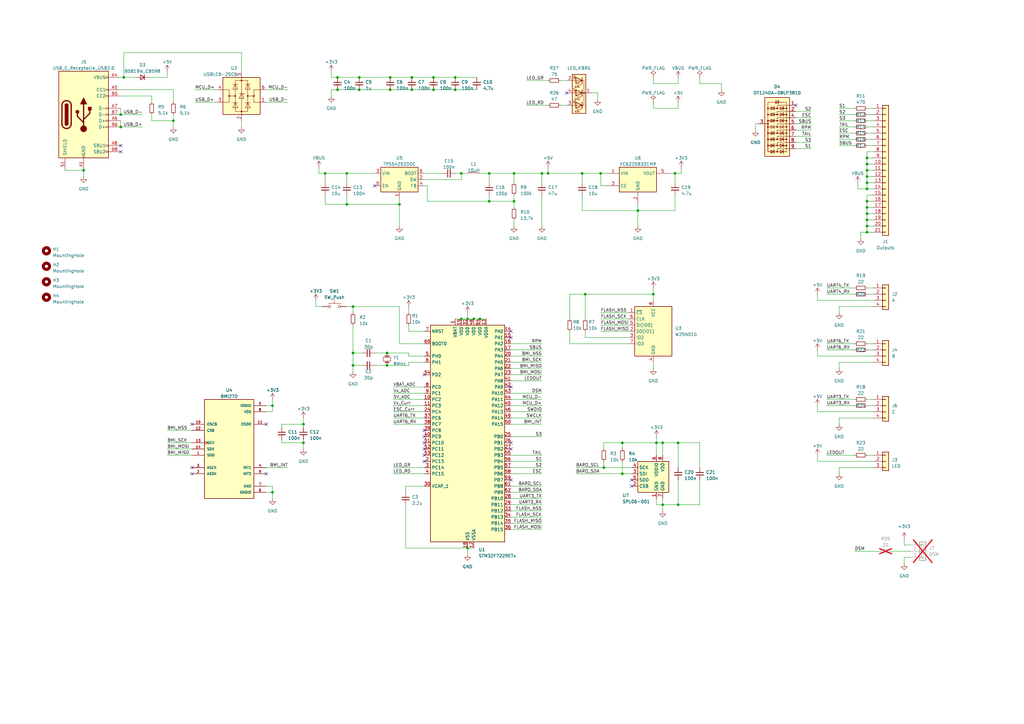
<source format=kicad_sch>
(kicad_sch (version 20230121) (generator eeschema)
  (paper "A3")
  (junction (at 168.91 31.75))
  (junction (at 124.46 181.61))
  (junction (at 276.86 71.12))
  (junction (at 278.13 207.01))
  (junction (at 158.75 149.86))
  (junction (at 142.24 71.12))
  (junction (at 224.79 71.12))
  (junction (at 177.8 31.75))
  (junction (at 124.46 173.99))
  (junction (at 144.78 149.86))
  (junction (at 267.97 120.65))
  (junction (at 189.23 130.81))
  (junction (at 271.78 207.01))
  (junction (at 355.6 72.39))
  (junction (at 144.78 144.78))
  (junction (at 355.6 67.31))
  (junction (at 160.02 31.75))
  (junction (at 255.27 194.31))
  (junction (at 271.78 181.61))
  (junction (at 158.75 144.78))
  (junction (at 355.6 64.77))
  (junction (at 210.82 71.12))
  (junction (at 50.8 31.75))
  (junction (at 49.53 46.99))
  (junction (at 144.78 125.73))
  (junction (at 355.6 87.63))
  (junction (at 222.25 71.12))
  (junction (at 210.82 82.55))
  (junction (at 278.13 181.61))
  (junction (at 160.02 36.83))
  (junction (at 147.32 31.75))
  (junction (at 355.6 85.09))
  (junction (at 240.03 120.65))
  (junction (at 261.62 86.36))
  (junction (at 255.27 181.61))
  (junction (at 189.23 71.12))
  (junction (at 269.24 181.61))
  (junction (at 34.29 69.85))
  (junction (at 138.43 36.83))
  (junction (at 168.91 36.83))
  (junction (at 246.38 71.12))
  (junction (at 355.6 90.17))
  (junction (at 49.53 52.07))
  (junction (at 238.76 71.12))
  (junction (at 355.6 92.71))
  (junction (at 191.77 224.79))
  (junction (at 147.32 36.83))
  (junction (at 200.66 82.55))
  (junction (at 191.77 130.81))
  (junction (at 200.66 71.12))
  (junction (at 355.6 77.47))
  (junction (at 111.76 166.37))
  (junction (at 247.65 191.77))
  (junction (at 355.6 95.25))
  (junction (at 138.43 31.75))
  (junction (at 355.6 74.93))
  (junction (at 186.69 36.83))
  (junction (at 196.85 130.81))
  (junction (at 355.6 82.55))
  (junction (at 177.8 36.83))
  (junction (at 194.31 130.81))
  (junction (at 142.24 83.82))
  (junction (at 71.12 49.53))
  (junction (at 355.6 69.85))
  (junction (at 133.35 71.12))
  (junction (at 163.83 83.82))
  (junction (at 186.69 31.75))
  (junction (at 111.76 201.93))
  (no_connect (at 173.99 179.07))
  (no_connect (at 173.99 184.15))
  (no_connect (at 259.08 196.85))
  (no_connect (at 209.55 184.15))
  (no_connect (at 209.55 135.89))
  (no_connect (at 173.99 181.61))
  (no_connect (at 109.22 194.31))
  (no_connect (at 173.99 153.67))
  (no_connect (at 232.41 38.1))
  (no_connect (at 173.99 189.23))
  (no_connect (at 209.55 158.75))
  (no_connect (at 153.67 76.2))
  (no_connect (at 109.22 173.99))
  (no_connect (at 49.53 59.69))
  (no_connect (at 78.74 173.99))
  (no_connect (at 173.99 186.69))
  (no_connect (at 209.55 138.43))
  (no_connect (at 209.55 196.85))
  (no_connect (at 78.74 194.31))
  (no_connect (at 173.99 176.53))
  (no_connect (at 78.74 191.77))
  (no_connect (at 259.08 199.39))
  (no_connect (at 209.55 181.61))
  (no_connect (at 49.53 62.23))
  (no_connect (at 326.39 43.18))
  (wire (pts (xy 238.76 86.36) (xy 261.62 86.36)))
  (wire (pts (xy 326.39 58.42) (xy 332.74 58.42)))
  (wire (pts (xy 173.99 71.12) (xy 181.61 71.12)))
  (wire (pts (xy 355.6 54.61) (xy 358.14 54.61)))
  (wire (pts (xy 111.76 163.83) (xy 111.76 166.37)))
  (wire (pts (xy 209.55 179.07) (xy 222.25 179.07)))
  (wire (pts (xy 115.57 173.99) (xy 124.46 173.99)))
  (wire (pts (xy 358.14 125.73) (xy 344.17 125.73)))
  (wire (pts (xy 168.91 31.75) (xy 177.8 31.75)))
  (wire (pts (xy 335.28 186.69) (xy 335.28 189.23)))
  (wire (pts (xy 144.78 125.73) (xy 144.78 128.27)))
  (wire (pts (xy 144.78 149.86) (xy 148.59 149.86)))
  (wire (pts (xy 209.55 140.97) (xy 222.25 140.97)))
  (wire (pts (xy 68.58 176.53) (xy 78.74 176.53)))
  (wire (pts (xy 209.55 171.45) (xy 222.25 171.45)))
  (wire (pts (xy 358.14 168.91) (xy 335.28 168.91)))
  (wire (pts (xy 186.69 31.75) (xy 195.58 31.75)))
  (wire (pts (xy 68.58 184.15) (xy 78.74 184.15)))
  (wire (pts (xy 175.26 82.55) (xy 200.66 82.55)))
  (wire (pts (xy 68.58 181.61) (xy 78.74 181.61)))
  (wire (pts (xy 350.52 226.06) (xy 360.68 226.06)))
  (wire (pts (xy 161.29 173.99) (xy 173.99 173.99)))
  (wire (pts (xy 196.85 71.12) (xy 200.66 71.12)))
  (wire (pts (xy 355.6 95.25) (xy 358.14 95.25)))
  (wire (pts (xy 142.24 83.82) (xy 133.35 83.82)))
  (wire (pts (xy 173.99 135.89) (xy 167.64 135.89)))
  (wire (pts (xy 163.83 140.97) (xy 163.83 125.73)))
  (wire (pts (xy 209.55 217.17) (xy 222.25 217.17)))
  (wire (pts (xy 49.53 36.83) (xy 71.12 36.83)))
  (wire (pts (xy 194.31 130.81) (xy 196.85 130.81)))
  (wire (pts (xy 209.55 146.05) (xy 222.25 146.05)))
  (wire (pts (xy 115.57 181.61) (xy 124.46 181.61)))
  (wire (pts (xy 161.29 158.75) (xy 173.99 158.75)))
  (wire (pts (xy 173.99 199.39) (xy 166.37 199.39)))
  (wire (pts (xy 142.24 125.73) (xy 144.78 125.73)))
  (wire (pts (xy 355.6 80.01) (xy 355.6 82.55)))
  (wire (pts (xy 269.24 207.01) (xy 271.78 207.01)))
  (wire (pts (xy 267.97 41.91) (xy 267.97 44.45)))
  (wire (pts (xy 109.22 36.83) (xy 118.11 36.83)))
  (wire (pts (xy 269.24 179.07) (xy 269.24 181.61)))
  (wire (pts (xy 326.39 50.8) (xy 332.74 50.8)))
  (wire (pts (xy 339.09 118.11) (xy 350.52 118.11)))
  (wire (pts (xy 135.89 36.83) (xy 135.89 39.37)))
  (wire (pts (xy 246.38 76.2) (xy 246.38 71.12)))
  (wire (pts (xy 142.24 71.12) (xy 153.67 71.12)))
  (wire (pts (xy 222.25 71.12) (xy 222.25 74.93)))
  (wire (pts (xy 49.53 49.53) (xy 49.53 52.07)))
  (wire (pts (xy 209.55 163.83) (xy 222.25 163.83)))
  (wire (pts (xy 68.58 186.69) (xy 78.74 186.69)))
  (wire (pts (xy 200.66 71.12) (xy 200.66 74.93)))
  (wire (pts (xy 200.66 71.12) (xy 210.82 71.12)))
  (wire (pts (xy 186.69 71.12) (xy 189.23 71.12)))
  (wire (pts (xy 233.68 135.89) (xy 233.68 140.97)))
  (wire (pts (xy 355.6 140.97) (xy 358.14 140.97)))
  (wire (pts (xy 355.6 92.71) (xy 358.14 92.71)))
  (wire (pts (xy 355.6 69.85) (xy 355.6 67.31)))
  (wire (pts (xy 191.77 224.79) (xy 191.77 227.33)))
  (wire (pts (xy 209.55 209.55) (xy 222.25 209.55)))
  (wire (pts (xy 246.38 130.81) (xy 257.81 130.81)))
  (wire (pts (xy 186.69 36.83) (xy 195.58 36.83)))
  (wire (pts (xy 209.55 156.21) (xy 222.25 156.21)))
  (wire (pts (xy 278.13 181.61) (xy 278.13 191.77)))
  (wire (pts (xy 80.01 36.83) (xy 88.9 36.83)))
  (wire (pts (xy 355.6 74.93) (xy 355.6 72.39)))
  (wire (pts (xy 224.79 71.12) (xy 238.76 71.12)))
  (wire (pts (xy 344.17 54.61) (xy 350.52 54.61)))
  (wire (pts (xy 339.09 120.65) (xy 350.52 120.65)))
  (wire (pts (xy 261.62 86.36) (xy 276.86 86.36)))
  (wire (pts (xy 209.55 173.99) (xy 222.25 173.99)))
  (wire (pts (xy 245.11 38.1) (xy 245.11 40.64)))
  (wire (pts (xy 246.38 128.27) (xy 257.81 128.27)))
  (wire (pts (xy 335.28 120.65) (xy 335.28 123.19)))
  (wire (pts (xy 210.82 90.17) (xy 210.82 92.71)))
  (wire (pts (xy 247.65 191.77) (xy 259.08 191.77)))
  (wire (pts (xy 209.55 214.63) (xy 222.25 214.63)))
  (wire (pts (xy 158.75 149.86) (xy 167.64 149.86)))
  (wire (pts (xy 144.78 133.35) (xy 144.78 144.78)))
  (wire (pts (xy 355.6 77.47) (xy 355.6 74.93)))
  (wire (pts (xy 210.82 71.12) (xy 210.82 74.93)))
  (wire (pts (xy 166.37 199.39) (xy 166.37 201.93)))
  (wire (pts (xy 138.43 36.83) (xy 135.89 36.83)))
  (wire (pts (xy 109.22 41.91) (xy 118.11 41.91)))
  (wire (pts (xy 373.38 223.52) (xy 370.84 223.52)))
  (wire (pts (xy 335.28 166.37) (xy 335.28 168.91)))
  (wire (pts (xy 267.97 120.65) (xy 267.97 123.19)))
  (wire (pts (xy 133.35 74.93) (xy 133.35 71.12)))
  (wire (pts (xy 124.46 171.45) (xy 124.46 173.99)))
  (wire (pts (xy 240.03 120.65) (xy 267.97 120.65)))
  (wire (pts (xy 133.35 71.12) (xy 130.81 71.12)))
  (wire (pts (xy 147.32 31.75) (xy 160.02 31.75)))
  (wire (pts (xy 147.32 36.83) (xy 160.02 36.83)))
  (wire (pts (xy 209.55 201.93) (xy 222.25 201.93)))
  (wire (pts (xy 191.77 224.79) (xy 194.31 224.79)))
  (wire (pts (xy 344.17 46.99) (xy 350.52 46.99)))
  (wire (pts (xy 353.06 95.25) (xy 355.6 95.25)))
  (wire (pts (xy 111.76 199.39) (xy 109.22 199.39)))
  (wire (pts (xy 173.99 140.97) (xy 163.83 140.97)))
  (wire (pts (xy 326.39 60.96) (xy 332.74 60.96)))
  (wire (pts (xy 355.6 95.25) (xy 355.6 92.71)))
  (wire (pts (xy 209.55 161.29) (xy 222.25 161.29)))
  (wire (pts (xy 167.64 148.59) (xy 167.64 149.86)))
  (wire (pts (xy 295.91 34.29) (xy 295.91 36.83)))
  (wire (pts (xy 189.23 130.81) (xy 191.77 130.81)))
  (wire (pts (xy 309.88 50.8) (xy 309.88 53.34)))
  (wire (pts (xy 326.39 45.72) (xy 332.74 45.72)))
  (wire (pts (xy 261.62 86.36) (xy 261.62 83.82)))
  (wire (pts (xy 186.69 130.81) (xy 189.23 130.81)))
  (wire (pts (xy 124.46 181.61) (xy 124.46 180.34)))
  (wire (pts (xy 355.6 59.69) (xy 358.14 59.69)))
  (wire (pts (xy 166.37 207.01) (xy 166.37 224.79)))
  (wire (pts (xy 132.08 125.73) (xy 129.54 125.73)))
  (wire (pts (xy 355.6 85.09) (xy 358.14 85.09)))
  (wire (pts (xy 177.8 31.75) (xy 186.69 31.75)))
  (wire (pts (xy 124.46 173.99) (xy 124.46 175.26)))
  (wire (pts (xy 355.6 87.63) (xy 355.6 85.09)))
  (wire (pts (xy 358.14 191.77) (xy 344.17 191.77)))
  (wire (pts (xy 138.43 31.75) (xy 135.89 31.75)))
  (wire (pts (xy 335.28 143.51) (xy 335.28 146.05)))
  (wire (pts (xy 351.79 77.47) (xy 351.79 74.93)))
  (wire (pts (xy 339.09 163.83) (xy 350.52 163.83)))
  (wire (pts (xy 161.29 166.37) (xy 173.99 166.37)))
  (wire (pts (xy 255.27 189.23) (xy 255.27 194.31)))
  (wire (pts (xy 133.35 83.82) (xy 133.35 80.01)))
  (wire (pts (xy 153.67 144.78) (xy 158.75 144.78)))
  (wire (pts (xy 209.55 207.01) (xy 222.25 207.01)))
  (wire (pts (xy 326.39 48.26) (xy 332.74 48.26)))
  (wire (pts (xy 365.76 226.06) (xy 373.38 226.06)))
  (wire (pts (xy 236.22 191.77) (xy 247.65 191.77)))
  (wire (pts (xy 370.84 228.6) (xy 370.84 231.14)))
  (wire (pts (xy 278.13 44.45) (xy 278.13 41.91)))
  (wire (pts (xy 163.83 83.82) (xy 163.83 92.71)))
  (wire (pts (xy 238.76 80.01) (xy 238.76 86.36)))
  (wire (pts (xy 34.29 69.85) (xy 34.29 72.39)))
  (wire (pts (xy 278.13 31.75) (xy 278.13 34.29)))
  (wire (pts (xy 229.87 43.18) (xy 232.41 43.18)))
  (wire (pts (xy 255.27 181.61) (xy 269.24 181.61)))
  (wire (pts (xy 209.55 194.31) (xy 222.25 194.31)))
  (wire (pts (xy 247.65 181.61) (xy 255.27 181.61)))
  (wire (pts (xy 279.4 68.58) (xy 279.4 71.12)))
  (wire (pts (xy 355.6 92.71) (xy 355.6 90.17)))
  (wire (pts (xy 278.13 207.01) (xy 287.02 207.01)))
  (wire (pts (xy 196.85 130.81) (xy 199.39 130.81)))
  (wire (pts (xy 115.57 173.99) (xy 115.57 175.26)))
  (wire (pts (xy 271.78 181.61) (xy 278.13 181.61)))
  (wire (pts (xy 344.17 49.53) (xy 350.52 49.53)))
  (wire (pts (xy 355.6 72.39) (xy 355.6 69.85)))
  (wire (pts (xy 209.55 199.39) (xy 222.25 199.39)))
  (wire (pts (xy 49.53 46.99) (xy 58.42 46.99)))
  (wire (pts (xy 138.43 31.75) (xy 147.32 31.75)))
  (wire (pts (xy 49.53 31.75) (xy 50.8 31.75)))
  (wire (pts (xy 353.06 97.79) (xy 353.06 95.25)))
  (wire (pts (xy 358.14 123.19) (xy 335.28 123.19)))
  (wire (pts (xy 209.55 143.51) (xy 222.25 143.51)))
  (wire (pts (xy 161.29 161.29) (xy 173.99 161.29)))
  (wire (pts (xy 238.76 74.93) (xy 238.76 71.12)))
  (wire (pts (xy 167.64 125.73) (xy 167.64 128.27)))
  (wire (pts (xy 210.82 71.12) (xy 222.25 71.12)))
  (wire (pts (xy 191.77 128.27) (xy 191.77 130.81)))
  (wire (pts (xy 167.64 133.35) (xy 167.64 135.89)))
  (wire (pts (xy 355.6 69.85) (xy 358.14 69.85)))
  (wire (pts (xy 236.22 194.31) (xy 255.27 194.31)))
  (wire (pts (xy 209.55 191.77) (xy 222.25 191.77)))
  (wire (pts (xy 62.23 49.53) (xy 71.12 49.53)))
  (wire (pts (xy 233.68 120.65) (xy 240.03 120.65)))
  (wire (pts (xy 153.67 149.86) (xy 158.75 149.86)))
  (wire (pts (xy 99.06 21.59) (xy 50.8 21.59)))
  (wire (pts (xy 240.03 138.43) (xy 257.81 138.43)))
  (wire (pts (xy 355.6 163.83) (xy 358.14 163.83)))
  (wire (pts (xy 200.66 82.55) (xy 210.82 82.55)))
  (wire (pts (xy 50.8 31.75) (xy 55.88 31.75)))
  (wire (pts (xy 355.6 67.31) (xy 358.14 67.31)))
  (wire (pts (xy 240.03 135.89) (xy 240.03 138.43)))
  (wire (pts (xy 99.06 49.53) (xy 99.06 52.07)))
  (wire (pts (xy 177.8 36.83) (xy 186.69 36.83)))
  (wire (pts (xy 267.97 118.11) (xy 267.97 120.65)))
  (wire (pts (xy 160.02 36.83) (xy 168.91 36.83)))
  (wire (pts (xy 344.17 59.69) (xy 350.52 59.69)))
  (wire (pts (xy 247.65 189.23) (xy 247.65 191.77)))
  (wire (pts (xy 287.02 31.75) (xy 287.02 34.29)))
  (wire (pts (xy 109.22 191.77) (xy 118.11 191.77)))
  (wire (pts (xy 355.6 57.15) (xy 358.14 57.15)))
  (wire (pts (xy 209.55 166.37) (xy 222.25 166.37)))
  (wire (pts (xy 158.75 144.78) (xy 167.64 144.78)))
  (wire (pts (xy 355.6 82.55) (xy 355.6 85.09)))
  (wire (pts (xy 209.55 204.47) (xy 222.25 204.47)))
  (wire (pts (xy 142.24 80.01) (xy 142.24 83.82)))
  (wire (pts (xy 355.6 77.47) (xy 358.14 77.47)))
  (wire (pts (xy 276.86 80.01) (xy 276.86 86.36)))
  (wire (pts (xy 215.9 43.18) (xy 224.79 43.18)))
  (wire (pts (xy 276.86 71.12) (xy 274.32 71.12)))
  (wire (pts (xy 246.38 133.35) (xy 257.81 133.35)))
  (wire (pts (xy 99.06 21.59) (xy 99.06 29.21)))
  (wire (pts (xy 267.97 148.59) (xy 267.97 151.13)))
  (wire (pts (xy 339.09 140.97) (xy 350.52 140.97)))
  (wire (pts (xy 133.35 71.12) (xy 142.24 71.12)))
  (wire (pts (xy 246.38 135.89) (xy 257.81 135.89)))
  (wire (pts (xy 355.6 166.37) (xy 358.14 166.37)))
  (wire (pts (xy 124.46 181.61) (xy 124.46 184.15)))
  (wire (pts (xy 344.17 44.45) (xy 350.52 44.45)))
  (wire (pts (xy 49.53 39.37) (xy 62.23 39.37)))
  (wire (pts (xy 339.09 186.69) (xy 350.52 186.69)))
  (wire (pts (xy 271.78 204.47) (xy 271.78 207.01)))
  (wire (pts (xy 326.39 53.34) (xy 332.74 53.34)))
  (wire (pts (xy 50.8 21.59) (xy 50.8 31.75)))
  (wire (pts (xy 60.96 31.75) (xy 68.58 31.75)))
  (wire (pts (xy 370.84 220.98) (xy 370.84 223.52)))
  (wire (pts (xy 71.12 46.99) (xy 71.12 49.53)))
  (wire (pts (xy 111.76 201.93) (xy 111.76 204.47)))
  (wire (pts (xy 355.6 46.99) (xy 358.14 46.99)))
  (wire (pts (xy 355.6 72.39) (xy 358.14 72.39)))
  (wire (pts (xy 189.23 71.12) (xy 191.77 71.12)))
  (wire (pts (xy 210.82 82.55) (xy 210.82 85.09)))
  (wire (pts (xy 247.65 184.15) (xy 247.65 181.61)))
  (wire (pts (xy 229.87 33.02) (xy 232.41 33.02)))
  (wire (pts (xy 344.17 57.15) (xy 350.52 57.15)))
  (wire (pts (xy 109.22 166.37) (xy 111.76 166.37)))
  (wire (pts (xy 271.78 207.01) (xy 271.78 209.55)))
  (wire (pts (xy 344.17 148.59) (xy 344.17 151.13)))
  (wire (pts (xy 246.38 71.12) (xy 248.92 71.12)))
  (wire (pts (xy 355.6 64.77) (xy 355.6 62.23)))
  (wire (pts (xy 210.82 82.55) (xy 210.82 80.01)))
  (wire (pts (xy 68.58 29.21) (xy 68.58 31.75)))
  (wire (pts (xy 209.55 189.23) (xy 222.25 189.23)))
  (wire (pts (xy 240.03 130.81) (xy 240.03 120.65)))
  (wire (pts (xy 167.64 146.05) (xy 173.99 146.05)))
  (wire (pts (xy 215.9 33.02) (xy 224.79 33.02)))
  (wire (pts (xy 344.17 125.73) (xy 344.17 128.27)))
  (wire (pts (xy 71.12 49.53) (xy 71.12 52.07)))
  (wire (pts (xy 173.99 76.2) (xy 175.26 76.2)))
  (wire (pts (xy 269.24 181.61) (xy 271.78 181.61)))
  (wire (pts (xy 130.81 71.12) (xy 130.81 68.58)))
  (wire (pts (xy 26.67 69.85) (xy 34.29 69.85)))
  (wire (pts (xy 355.6 143.51) (xy 358.14 143.51)))
  (wire (pts (xy 355.6 74.93) (xy 358.14 74.93)))
  (wire (pts (xy 142.24 74.93) (xy 142.24 71.12)))
  (wire (pts (xy 355.6 64.77) (xy 358.14 64.77)))
  (wire (pts (xy 355.6 62.23) (xy 358.14 62.23)))
  (wire (pts (xy 161.29 171.45) (xy 173.99 171.45)))
  (wire (pts (xy 267.97 34.29) (xy 278.13 34.29)))
  (wire (pts (xy 168.91 36.83) (xy 177.8 36.83)))
  (wire (pts (xy 209.55 153.67) (xy 222.25 153.67)))
  (wire (pts (xy 355.6 49.53) (xy 358.14 49.53)))
  (wire (pts (xy 161.29 191.77) (xy 173.99 191.77)))
  (wire (pts (xy 135.89 29.21) (xy 135.89 31.75)))
  (wire (pts (xy 62.23 39.37) (xy 62.23 41.91)))
  (wire (pts (xy 173.99 73.66) (xy 189.23 73.66)))
  (wire (pts (xy 209.55 168.91) (xy 222.25 168.91)))
  (wire (pts (xy 222.25 71.12) (xy 224.79 71.12)))
  (wire (pts (xy 287.02 207.01) (xy 287.02 196.85)))
  (wire (pts (xy 276.86 71.12) (xy 276.86 74.93)))
  (wire (pts (xy 278.13 196.85) (xy 278.13 207.01)))
  (wire (pts (xy 278.13 181.61) (xy 287.02 181.61)))
  (wire (pts (xy 209.55 148.59) (xy 222.25 148.59)))
  (wire (pts (xy 355.6 120.65) (xy 358.14 120.65)))
  (wire (pts (xy 269.24 181.61) (xy 269.24 186.69)))
  (wire (pts (xy 109.22 168.91) (xy 111.76 168.91)))
  (wire (pts (xy 261.62 86.36) (xy 261.62 92.71)))
  (wire (pts (xy 355.6 118.11) (xy 358.14 118.11)))
  (wire (pts (xy 269.24 204.47) (xy 269.24 207.01)))
  (wire (pts (xy 242.57 38.1) (xy 245.11 38.1)))
  (wire (pts (xy 355.6 90.17) (xy 355.6 87.63)))
  (wire (pts (xy 224.79 68.58) (xy 224.79 71.12)))
  (wire (pts (xy 267.97 31.75) (xy 267.97 34.29)))
  (wire (pts (xy 161.29 168.91) (xy 173.99 168.91)))
  (wire (pts (xy 49.53 44.45) (xy 49.53 46.99)))
  (wire (pts (xy 355.6 67.31) (xy 355.6 64.77)))
  (wire (pts (xy 144.78 144.78) (xy 144.78 149.86)))
  (wire (pts (xy 129.54 123.19) (xy 129.54 125.73)))
  (wire (pts (xy 271.78 207.01) (xy 278.13 207.01)))
  (wire (pts (xy 173.99 148.59) (xy 167.64 148.59)))
  (wire (pts (xy 209.55 151.13) (xy 222.25 151.13)))
  (wire (pts (xy 355.6 90.17) (xy 358.14 90.17)))
  (wire (pts (xy 209.55 186.69) (xy 222.25 186.69)))
  (wire (pts (xy 271.78 181.61) (xy 271.78 186.69)))
  (wire (pts (xy 326.39 55.88) (xy 332.74 55.88)))
  (wire (pts (xy 355.6 77.47) (xy 351.79 77.47)))
  (wire (pts (xy 255.27 181.61) (xy 255.27 184.15)))
  (wire (pts (xy 344.17 191.77) (xy 344.17 194.31)))
  (wire (pts (xy 287.02 34.29) (xy 295.91 34.29)))
  (wire (pts (xy 115.57 181.61) (xy 115.57 180.34)))
  (wire (pts (xy 355.6 44.45) (xy 358.14 44.45)))
  (wire (pts (xy 355.6 186.69) (xy 358.14 186.69)))
  (wire (pts (xy 233.68 140.97) (xy 257.81 140.97)))
  (wire (pts (xy 355.6 87.63) (xy 358.14 87.63)))
  (wire (pts (xy 255.27 194.31) (xy 259.08 194.31)))
  (wire (pts (xy 49.53 52.07) (xy 58.42 52.07)))
  (wire (pts (xy 111.76 201.93) (xy 109.22 201.93)))
  (wire (pts (xy 163.83 81.28) (xy 163.83 83.82)))
  (wire (pts (xy 248.92 76.2) (xy 246.38 76.2)))
  (wire (pts (xy 144.78 125.73) (xy 163.83 125.73)))
  (wire (pts (xy 358.14 148.59) (xy 344.17 148.59)))
  (wire (pts (xy 339.09 143.51) (xy 350.52 143.51)))
  (wire (pts (xy 161.29 163.83) (xy 173.99 163.83)))
  (wire (pts (xy 355.6 52.07) (xy 358.14 52.07)))
  (wire (pts (xy 175.26 76.2) (xy 175.26 82.55)))
  (wire (pts (xy 358.14 82.55) (xy 355.6 82.55)))
  (wire (pts (xy 189.23 73.66) (xy 189.23 71.12)))
  (wire (pts (xy 373.38 228.6) (xy 370.84 228.6)))
  (wire (pts (xy 191.77 130.81) (xy 194.31 130.81)))
  (wire (pts (xy 309.88 50.8) (xy 311.15 50.8)))
  (wire (pts (xy 111.76 168.91) (xy 111.76 166.37)))
  (wire (pts (xy 163.83 83.82) (xy 142.24 83.82)))
  (wire (pts (xy 222.25 80.01) (xy 222.25 92.71)))
  (wire (pts (xy 138.43 36.83) (xy 147.32 36.83)))
  (wire (pts (xy 144.78 149.86) (xy 144.78 152.4)))
  (wire (pts (xy 166.37 224.79) (xy 191.77 224.79)))
  (wire (pts (xy 167.64 144.78) (xy 167.64 146.05)))
  (wire (pts (xy 148.59 144.78) (xy 144.78 144.78)))
  (wire (pts (xy 344.17 171.45) (xy 344.17 173.99)))
  (wire (pts (xy 161.29 194.31) (xy 173.99 194.31)))
  (wire (pts (xy 160.02 31.75) (xy 168.91 31.75)))
  (wire (pts (xy 238.76 71.12) (xy 246.38 71.12)))
  (wire (pts (xy 62.23 46.99) (xy 62.23 49.53)))
  (wire (pts (xy 71.12 36.83) (xy 71.12 41.91)))
  (wire (pts (xy 80.01 41.91) (xy 88.9 41.91)))
  (wire (pts (xy 358.14 146.05) (xy 335.28 146.05)))
  (wire (pts (xy 276.86 71.12) (xy 279.4 71.12)))
  (wire (pts (xy 358.14 80.01) (xy 355.6 80.01)))
  (wire (pts (xy 358.14 189.23) (xy 335.28 189.23)))
  (wire (pts (xy 344.17 52.07) (xy 350.52 52.07)))
  (wire (pts (xy 233.68 130.81) (xy 233.68 120.65)))
  (wire (pts (xy 287.02 181.61) (xy 287.02 191.77)))
  (wire (pts (xy 111.76 199.39) (xy 111.76 201.93)))
  (wire (pts (xy 267.97 44.45) (xy 278.13 44.45)))
  (wire (pts (xy 358.14 171.45) (xy 344.17 171.45)))
  (wire (pts (xy 209.55 212.09) (xy 222.25 212.09)))
  (wire (pts (xy 339.09 166.37) (xy 350.52 166.37)))
  (wire (pts (xy 200.66 82.55) (xy 200.66 80.01)))
  (rectangle (start -610.87 -255.27) (end -528.32 -182.88) (stroke (width 0.6)))
  (rectangle (start -715.01 -367.03) (end -528.32 -313.69) (stroke (width 0.6)))
  (rectangle (start -825.5 -403.86) (end -717.55 -332.74) (stroke (width 0.6)))
  (rectangle (start -825.5 -330.2) (end -717.55 -259.08) (stroke (width 0.6)))
  (rectangle (start -715.01 -403.86) (end -635 -369.57) (stroke (width 0.6)))
  (rectangle (start -525.78 -403.86) (end -464.82 -236.22) (stroke (width 0.6)))
  (rectangle (start -610.87 -311.15) (end -528.32 -257.81) (stroke (width 0.6)))
  (rectangle (start -715.01 -311.15) (end -613.41 -182.88) (stroke (width 0.6)))
  (rectangle (start -632.46 -403.86) (end -581.66 -369.57) (stroke (width 0.6)))
  (rectangle (start -579.12 -403.86) (end -528.32 -369.57) (stroke (width 0.6)))
  (text "Flash" (at -608.33 -302.26 0) (effects (font (size 5.08 5.08) (thickness 1.016) bold) (justify left bottom)))
  (text "Pwr_flag" (at -576.58 -394.97 0) (effects (font (size 5.08 5.08) (thickness 1.016) bold) (justify left bottom)))
  (text "DCDC" (at -712.47 -358.14 0) (effects (font (size 5.08 5.08) (thickness 1.016) bold) (justify left bottom)))
  (text "IMU" (at -608.33 -246.38 0) (effects (font (size 5.08 5.08) (thickness 1.016) bold) (justify left bottom)))
  (text "MCU" (at -712.47 -302.26 0) (effects (font (size 5.08 5.08) (thickness 1.016) bold) (justify left bottom)))
  (text "USB" (at -822.96 -394.97 0) (effects (font (size 5.08 5.08) (thickness 1.016) bold) (justify left bottom)))
  (text "Misc" (at -822.96 -321.31 0) (effects (font (size 5.08 5.08) (thickness 1.016) bold) (justify left bottom)))
  (text "LEDs" (at -629.92 -394.97 0) (effects (font (size 5.08 5.08) (thickness 1.016) bold) (justify left bottom)))
  (text "Outputs" (at -523.24 -394.97 0) (effects (font (size 5.08 5.08) (thickness 1.016) bold) (justify left bottom)))
  (text "Decoupling" (at -712.47 -394.97 0) (effects (font (size 5.08 5.08) (thickness 1.016) bold) (justify left bottom)))
  (label "SBUS" (at 332.74 50.8 180))
  (label "MCU_D+" (at 80.01 36.83 0))
  (label "UART4_RX" (at 339.09 120.65 0))
  (label "S3" (at 332.74 58.42 180))
  (label "USB_D-" (at 58.42 46.99 180))
  (label "FLASH_MOSI" (at 246.38 133.35 0))
  (label "UART3_TX" (at 222.25 204.47 180))
  (label "UART4_TX" (at 339.09 118.11 0))
  (label "MCU_D+" (at 222.25 166.37 180))
  (label "ESC" (at 222.25 194.31 180))
  (label "S2" (at 332.74 45.72 180))
  (label "DSM" (at 222.25 161.29 180))
  (label "BMI_NSS" (at 68.58 176.53 0))
  (label "UART3_TX" (at 339.09 163.83 0))
  (label "LED_GR" (at 161.29 191.77 0))
  (label "BMI_MISO" (at 222.25 151.13 180))
  (label "BARO_SDA" (at 236.22 194.31 0))
  (label "FLASH_NSS" (at 246.38 128.27 0))
  (label "RPM" (at 344.17 57.15 0))
  (label "BARO_SCL" (at 236.22 191.77 0))
  (label "ESC" (at 344.17 54.61 0))
  (label "TAIL" (at 332.74 55.88 180))
  (label "MCU_D-" (at 118.11 36.83 180))
  (label "USB_D+" (at 80.01 41.91 0))
  (label "BMI_MOSI" (at 222.25 153.67 180))
  (label "Vx_ADC" (at 161.29 161.29 0))
  (label "BMI_INT" (at 222.25 173.99 180))
  (label "FLASH_MOSI" (at 222.25 217.17 180))
  (label "UART3_RX" (at 339.09 166.37 0))
  (label "BARO_SDA" (at 222.25 201.93 180))
  (label "LEDOUT" (at 222.25 156.21 180))
  (label "TAIL" (at 344.17 52.07 0))
  (label "USB_D+" (at 58.42 52.07 180))
  (label "S1" (at 222.25 189.23 180))
  (label "RPM" (at 222.25 140.97 180))
  (label "SBUS" (at 344.17 59.69 0))
  (label "LED_GR" (at 215.9 33.02 0))
  (label "UART6_TX" (at 339.09 140.97 0))
  (label "FLASH_NSS" (at 222.25 209.55 180))
  (label "VBAT_ADC" (at 161.29 158.75 0))
  (label "BARO_SCL" (at 222.25 199.39 180))
  (label "BMI_SCK" (at 222.25 148.59 180))
  (label "S1" (at 344.17 44.45 0))
  (label "BMI_INT" (at 118.11 191.77 180))
  (label "S2" (at 344.17 46.99 0))
  (label "S1" (at 332.74 60.96 180))
  (label "FLASH_MISO" (at 246.38 135.89 0))
  (label "LED_RD" (at 215.9 43.18 0))
  (label "FLASH_SCK" (at 222.25 212.09 180))
  (label "RPM" (at 332.74 53.34 180))
  (label "FLASH_MISO" (at 222.25 214.63 180))
  (label "UART6_TX" (at 161.29 171.45 0))
  (label "BMI_MISO" (at 68.58 186.69 0))
  (label "BMI_NSS" (at 222.25 146.05 180))
  (label "LEDOUT" (at 339.09 186.69 0))
  (label "USB_D-" (at 118.11 41.91 180))
  (label "SWCLK" (at 222.25 171.45 180))
  (label "UART6_RX" (at 161.29 173.99 0))
  (label "UART3_RX" (at 222.25 207.01 180))
  (label "S3" (at 222.25 179.07 180))
  (label "SBUS" (at 222.25 143.51 180))
  (label "DSM" (at 350.52 226.06 0))
  (label "ESC" (at 332.74 48.26 180))
  (label "UART6_RX" (at 339.09 143.51 0))
  (label "TAIL" (at 222.25 186.69 180))
  (label "S2" (at 222.25 191.77 180))
  (label "ESC_Curr" (at 161.29 168.91 0))
  (label "BMI_MOSI" (at 68.58 184.15 0))
  (label "Vx_Curr" (at 161.29 166.37 0))
  (label "FLASH_SCK" (at 246.38 130.81 0))
  (label "SWDIO" (at 222.25 168.91 180))
  (label "LED_RD" (at 161.29 194.31 0))
  (label "5V_ADC" (at 161.29 163.83 0))
  (label "BMI_SCK" (at 68.58 181.61 0))
  (label "S3" (at 344.17 49.53 0))
  (label "MCU_D-" (at 222.25 163.83 180))
  (symbol (lib_id "power:GND") (at 344.17 128.27 0) (unit 1)
    (property "Reference" "#PWR011" (effects hide))
    (property "Value" "GND" (at 344.17 133.35 0))
  )
  (symbol (lib_id "power:GND") (at 295.91 36.83 0) (unit 1)
    (property "Reference" "#PWR037" (effects hide))
    (property "Value" "GND" (at 295.91 41.91 0))
  )
  (symbol (lib_id "Device:R_Small") (at 363.22 226.06 90) (unit 1) (on_board no) (dnp yes)
    (property "Reference" "R25" (at 363.22 220.98 90))
    (property "Value" "22" (at 363.22 223.52 90))
    (property "Footprint" "Resistor_SMD:R_0402_1005Metric" (effects hide))
  )
  (symbol (lib_id "Device:C_Small") (at 184.15 71.12 90) (unit 1)
    (property "Reference" "C15" (at 184.1563 66.04 90))
    (property "Value" "100n" (at 184.1563 68.58 90))
    (property "Footprint" "Capacitor_SMD:C_0402_1005Metric" (effects hide))
  )
  (symbol (lib_id "Device:R_Small") (at 144.78 130.81 0) (unit 1)
    (property "Reference" "R2" (at 147.32 130.175 0) (effects (justify left)))
    (property "Value" "10k" (at 147.32 132.715 0) (effects (justify left)))
    (property "Footprint" "Resistor_SMD:R_0402_1005Metric" (effects hide))
  )
  (symbol (lib_id "Device:R_Small") (at 353.06 59.69 90) (unit 1)
    (property "Reference" "R17" (at 353.06 59.69 90))
    (property "Value" "470" (effects hide))
    (property "Footprint" "Resistor_SMD:R_0402_1005Metric" (effects hide))
  )
  (symbol (lib_id "Connector_Generic:Conn_01x04") (at 363.22 166.37 0) (unit 1)
    (property "Reference" "J6" (at 365.76 166.37 0) (effects (justify left)))
    (property "Value" "C" (at 365.76 168.91 0) (effects (justify left)))
    (property "Footprint" "Connector_JST:JST_GH_BM04B-GHS-TBT_1x04-1MP_P1.25mm_Vertical" (effects hide))
  )
  (symbol (lib_id "power:GND") (at 245.11 40.64 0) (unit 1)
    (property "Reference" "#PWR08" (effects hide))
    (property "Value" "GND" (at 245.11 45.72 0))
  )
  (symbol (lib_id "Device:R_Small") (at 353.06 46.99 90) (unit 1)
    (property "Reference" "R12" (at 353.06 46.99 90))
    (property "Value" "470" (effects hide))
    (property "Footprint" "Resistor_SMD:R_0402_1005Metric" (effects hide))
  )
  (symbol (lib_id "Device:C_Small") (at 133.35 77.47 0) (unit 1)
    (property "Reference" "C14" (at 135.89 76.8413 0) (effects (justify left)))
    (property "Value" "10u" (at 135.89 79.3813 0) (effects (justify left)))
    (property "Footprint" "Capacitor_SMD:C_0603_1608Metric" (effects hide))
  )
  (symbol (lib_id "Connector_Generic:Conn_01x04") (at 363.22 120.65 0) (unit 1)
    (property "Reference" "J2" (at 365.76 120.65 0) (effects (justify left)))
    (property "Value" "A" (at 365.76 123.19 0) (effects (justify left)))
    (property "Footprint" "Connector_JST:JST_GH_BM04B-GHS-TBT_1x04-1MP_P1.25mm_Vertical" (effects hide))
  )
  (symbol (lib_id "Device:D_Small") (at 58.42 31.75 180) (unit 1)
    (property "Reference" "D3" (at 58.42 26.67 0))
    (property "Value" "B5819W_C8598" (at 58.42 29.21 0))
    (property "Footprint" "Diode_SMD:D_SOD-123" (effects hide))
    (property "Sim.Device" "D" (effects hide))
    (property "Sim.Pins" "1=K 2=A" (effects hide))
  )
  (symbol (lib_id "power:PWR_FLAG") (at 287.02 31.75 0) (unit 1)
    (property "Reference" "#FLG02" (effects hide))
    (property "Value" "PWR_FLAG" (at 287.02 27.94 0))
  )
  (symbol (lib_id "Device:R_Small") (at 353.06 44.45 90) (unit 1)
    (property "Reference" "R11" (at 353.06 39.37 90))
    (property "Value" "470" (at 353.06 41.91 90))
    (property "Footprint" "Resistor_SMD:R_0402_1005Metric" (effects hide))
  )
  (symbol (lib_id "power:VBUS") (at 278.13 31.75 0) (unit 1)
    (property "Reference" "#PWR036" (effects hide))
    (property "Value" "VBUS" (at 278.13 27.94 0))
  )
  (symbol (lib_id "power:PWR_FLAG") (at 267.97 41.91 0) (unit 1)
    (property "Reference" "#FLG03" (effects hide))
    (property "Value" "PWR_FLAG" (at 267.97 38.1 0))
  )
  (symbol (lib_id "Device:C_Small") (at 276.86 77.47 0) (unit 1)
    (property "Reference" "C19" (at 279.4 76.8413 0) (effects (justify left)))
    (property "Value" "4.7u" (at 279.4 79.3813 0) (effects (justify left)))
    (property "Footprint" "Capacitor_SMD:C_0402_1005Metric" (effects hide))
  )
  (symbol (lib_id "power:GND") (at 261.62 92.71 0) (unit 1)
    (property "Reference" "#PWR034" (effects hide))
    (property "Value" "GND" (at 261.62 97.79 0))
  )
  (symbol (lib_id "Mechanical:MountingHole") (at 19.05 102.87 0) (unit 1)
    (property "Reference" "H1" (at 21.59 102.235 0) (effects (justify left)))
    (property "Value" "MountingHole" (at 21.59 104.775 0) (effects (justify left)))
    (property "Footprint" "MountingHole:MountingHole_3.2mm_M3" (effects hide))
  )
  (symbol (lib_id "Device:R_Small") (at 353.06 118.11 90) (unit 1)
    (property "Reference" "R19" (at 353.06 113.03 90))
    (property "Value" "22" (at 353.06 115.57 90))
    (property "Footprint" "Resistor_SMD:R_0402_1005Metric" (effects hide))
  )
  (symbol (lib_id "Regulator_Linear:XC6220B331MR") (at 261.62 73.66 0) (unit 1)
    (property "Reference" "U6" (at 261.62 64.77 0))
    (property "Value" "XC6220B331MR" (at 261.62 67.31 0))
    (property "Footprint" "Package_TO_SOT_SMD:SOT-23-5" (effects hide))
    (property "Datasheet" "https://www.torexsemi.com/file/xc6220/XC6220.pdf" (effects hide))
  )
  (symbol (lib_id "Device:LED_KBRG") (at 237.49 38.1 180) (unit 1)
    (property "Reference" "D5" (effects hide))
    (property "Value" "LED_KBRG" (at 237.49 27.94 0))
    (property "Footprint" "LED_SMD:LED_WS2812B-2020_PLCC4_2.0x2.0mm" (effects hide))
  )
  (symbol (lib_id "power:+5V") (at 335.28 166.37 0) (unit 1)
    (property "Reference" "#PWR040" (effects hide))
    (property "Value" "+5V" (at 335.28 162.56 0))
  )
  (symbol (lib_id "power:GND") (at 99.06 52.07 0) (unit 1)
    (property "Reference" "#PWR022" (effects hide))
    (property "Value" "GND" (at 99.06 57.15 0))
  )
  (symbol (lib_id "Mechanical:MountingHole") (at 19.05 109.22 0) (unit 1)
    (property "Reference" "H2" (at 21.59 108.585 0) (effects (justify left)))
    (property "Value" "MountingHole" (at 21.59 111.125 0) (effects (justify left)))
    (property "Footprint" "MountingHole:MountingHole_3.2mm_M3" (effects hide))
  )
  (symbol (lib_id "power:+5V") (at 224.79 68.58 0) (unit 1)
    (property "Reference" "#PWR033" (effects hide))
    (property "Value" "+5V" (at 224.79 64.77 0))
  )
  (symbol (lib_id "Device:R_Small") (at 210.82 87.63 0) (unit 1)
    (property "Reference" "R10" (at 213.36 86.995 0) (effects (justify left)))
    (property "Value" "13.7k" (at 213.36 89.535 0) (effects (justify left)))
    (property "Footprint" "Resistor_SMD:R_0402_1005Metric" (effects hide))
  )
  (symbol (lib_id "Device:R_Small") (at 353.06 163.83 90) (unit 1)
    (property "Reference" "R18" (at 353.06 158.75 90))
    (property "Value" "22" (at 353.06 161.29 90))
    (property "Footprint" "Resistor_SMD:R_0402_1005Metric" (effects hide))
  )
  (symbol (lib_id "Device:R_Small") (at 353.06 57.15 90) (unit 1)
    (property "Reference" "R16" (at 353.06 57.15 90))
    (property "Value" "470" (effects hide))
    (property "Footprint" "Resistor_SMD:R_0402_1005Metric" (effects hide))
  )
  (symbol (lib_id "Device:C_Small") (at 287.02 194.31 0) (unit 1)
    (property "Reference" "C21" (at 289.56 193.6813 0) (effects (justify left)))
    (property "Value" "100n" (at 289.56 196.2213 0) (effects (justify left)))
    (property "Footprint" "Capacitor_SMD:C_0402_1005Metric" (effects hide))
  )
  (symbol (lib_id "Device:C_Small") (at 115.57 177.8 0) (unit 1)
    (property "Reference" "C11" (at 118.11 177.1713 0) (effects (justify left)))
    (property "Value" "100n" (at 118.11 179.7113 0) (effects (justify left)))
    (property "Footprint" "Capacitor_SMD:C_0402_1005Metric" (effects hide))
  )
  (symbol (lib_id "Connector_Generic:Conn_01x04") (at 363.22 143.51 0) (unit 1)
    (property "Reference" "J4" (at 365.76 143.51 0) (effects (justify left)))
    (property "Value" "B" (at 365.76 146.05 0) (effects (justify left)))
    (property "Footprint" "Connector_JST:JST_GH_BM04B-GHS-TBT_1x04-1MP_P1.25mm_Vertical" (effects hide))
  )
  (symbol (lib_id "Device:R_Small") (at 353.06 120.65 90) (unit 1)
    (property "Reference" "R20" (at 353.06 120.65 90))
    (property "Value" "22" (effects hide))
    (property "Footprint" "Resistor_SMD:R_0402_1005Metric" (effects hide))
  )
  (symbol (lib_id "Connector_Generic:Conn_01x21") (at 363.22 69.85 0) (unit 1)
    (property "Reference" "J1" (at 361.95 99.06 0) (effects (justify left)))
    (property "Value" "Outputs" (at 359.41 101.6 0) (effects (justify left)))
    (property "Footprint" "footprints:8xServo" (effects hide))
  )
  (symbol (lib_id "Switch:SW_Push") (at 137.16 125.73 0) (unit 1)
    (property "Reference" "SW1" (at 137.16 119.38 0))
    (property "Value" "SW_Push" (at 137.16 121.92 0))
    (property "Footprint" "Button_Switch_SMD:SW_Push_SPST_NO_Alps_SKRK" (effects hide))
  )
  (symbol (lib_id "power:+3V3") (at 191.77 128.27 0) (unit 1)
    (property "Reference" "#PWR02" (effects hide))
    (property "Value" "+3V3" (at 191.77 124.46 0))
  )
  (symbol (lib_id "power:GND") (at 135.89 39.37 0) (unit 1)
    (property "Reference" "#PWR06" (effects hide))
    (property "Value" "GND" (at 135.89 44.45 0))
  )
  (symbol (lib_id "Device:C_Small") (at 195.58 34.29 0) (unit 1)
    (property "Reference" "C10" (at 198.12 33.6613 0) (effects (justify left)))
    (property "Value" "4.7u" (at 198.12 36.2013 0) (effects (justify left)))
    (property "Footprint" "Capacitor_SMD:C_0402_1005Metric" (effects hide))
  )
  (symbol (lib_id "Device:R_Small") (at 62.23 44.45 0) (unit 1)
    (property "Reference" "R5" (at 64.77 43.815 0) (effects (justify left)))
    (property "Value" "5.1k" (at 64.77 46.355 0) (effects (justify left)))
    (property "Footprint" "Resistor_SMD:R_0402_1005Metric" (effects hide))
  )
  (symbol (lib_id "power:GND") (at 191.77 227.33 0) (unit 1)
    (property "Reference" "#PWR01" (effects hide))
    (property "Value" "GND" (at 191.77 232.41 0))
  )
  (symbol (lib_id "Device:C_Small") (at 147.32 34.29 0) (unit 1)
    (property "Reference" "C5" (at 149.86 33.6613 0) (effects (justify left)))
    (property "Value" "1u" (at 149.86 36.2013 0) (effects (justify left)))
    (property "Footprint" "Capacitor_SMD:C_0402_1005Metric" (effects hide))
  )
  (symbol (lib_id "Device:C_Small") (at 142.24 77.47 0) (unit 1)
    (property "Reference" "C13" (at 144.78 76.8413 0) (effects (justify left)))
    (property "Value" "100n" (at 144.78 79.3813 0) (effects (justify left)))
    (property "Footprint" "Capacitor_SMD:C_0402_1005Metric" (effects hide))
  )
  (symbol (lib_id "bmi270:SPL06-001") (at 269.24 196.85 0) (unit 1)
    (property "Reference" "U7" (at 255.27 203.2 0) (effects (justify left)))
    (property "Value" "SPL06-001" (at 255.27 205.74 0) (effects (justify left)))
    (property "Footprint" "Package_LGA:Bosch_LGA-8_2x2.5mm_P0.65mm_ClockwisePinNumbering" (effects hide))
    (property "Datasheet" "https://ae-bst.resource.bosch.com/media/_tech/media/datasheets/BST-BMP280-DS001.pdf" (effects hide))
  )
  (symbol (lib_id "Device:R_Small") (at 210.82 77.47 0) (unit 1)
    (property "Reference" "R9" (at 213.36 76.835 0) (effects (justify left)))
    (property "Value" "100k" (at 213.36 79.375 0) (effects (justify left)))
    (property "Footprint" "Resistor_SMD:R_0402_1005Metric" (effects hide))
  )
  (symbol (lib_id "Device:C_Small") (at 200.66 77.47 0) (unit 1)
    (property "Reference" "C16" (at 203.2 76.8413 0) (effects (justify left)))
    (property "Value" "100p" (at 203.2 79.3813 0) (effects (justify left)))
    (property "Footprint" "Capacitor_SMD:C_0402_1005Metric" (effects hide))
  )
  (symbol (lib_id "power:+5V") (at 278.13 41.91 0) (unit 1)
    (property "Reference" "#PWR038" (effects hide))
    (property "Value" "+5V" (at 278.13 38.1 0))
  )
  (symbol (lib_id "power:GND") (at 210.82 92.71 0) (unit 1)
    (property "Reference" "#PWR031" (effects hide))
    (property "Value" "GND" (at 210.82 97.79 0))
  )
  (symbol (lib_id "power:GND") (at 71.12 52.07 0) (unit 1)
    (property "Reference" "#PWR019" (effects hide))
    (property "Value" "GND" (at 71.12 57.15 0))
  )
  (symbol (lib_id "Connector_Generic:Conn_01x03") (at 363.22 189.23 0) (unit 1)
    (property "Reference" "J3" (at 365.76 188.595 0) (effects (justify left)))
    (property "Value" "LED" (at 365.76 191.135 0) (effects (justify left)))
    (property "Footprint" "Connector_JST:JST_GH_BM03B-GHS-TBT_1x03-1MP_P1.25mm_Vertical" (effects hide))
  )
  (symbol (lib_id "Connector_Generic:Conn_01x03") (at 378.46 226.06 0) (unit 1) (on_board no) (dnp yes)
    (property "Reference" "J7" (at 381 224.79 0) (effects (justify left)))
    (property "Value" "DSM" (at 381 227.33 0) (effects (justify left)))
    (property "Footprint" "Connector_JST:JST_GH_BM04B-GHS-TBT_1x04-1MP_P1.25mm_Vertical" (effects hide))
  )
  (symbol (lib_id "bmi270:W225N01GVZEIG") (at 267.97 135.89 0) (unit 1)
    (property "Reference" "U3" (at 276.86 134.62 0) (effects (justify left)))
    (property "Value" "W25N01G" (at 276.86 137.16 0) (effects (justify left)))
    (property "Footprint" "Package_SON:WSON-8-1EP_8x6mm_P1.27mm_EP3.4x4.3mm" (effects hide))
  )
  (symbol (lib_id "Device:C_Small") (at 124.46 177.8 0) (unit 1)
    (property "Reference" "C12" (at 127 177.1713 0) (effects (justify left)))
    (property "Value" "100n" (at 127 179.7113 0) (effects (justify left)))
    (property "Footprint" "Capacitor_SMD:C_0402_1005Metric" (effects hide))
  )
  (symbol (lib_id "power:GND") (at 344.17 151.13 0) (unit 1)
    (property "Reference" "#PWR017" (effects hide))
    (property "Value" "GND" (at 344.17 156.21 0))
  )
  (symbol (lib_id "Device:R_Small") (at 240.03 133.35 0) (unit 1)
    (property "Reference" "R7" (at 241.3 132.08 0) (effects (justify left)))
    (property "Value" "10k" (at 241.3 134.62 0) (effects (justify left)))
    (property "Footprint" "Resistor_SMD:R_0402_1005Metric" (effects hide))
  )
  (symbol (lib_id "power:GND") (at 163.83 92.71 0) (unit 1)
    (property "Reference" "#PWR029" (effects hide))
    (property "Value" "GND" (at 163.83 97.79 0))
  )
  (symbol (lib_id "Device:C_Small") (at 186.69 34.29 0) (unit 1)
    (property "Reference" "C9" (at 189.23 33.6613 0) (effects (justify left)))
    (property "Value" "100n" (at 189.23 36.2013 0) (effects (justify left)))
    (property "Footprint" "Capacitor_SMD:C_0402_1005Metric" (effects hide))
  )
  (symbol (lib_id "power:+3V3") (at 167.64 125.73 0) (unit 1)
    (property "Reference" "#PWR04" (effects hide))
    (property "Value" "+3V3" (at 167.64 121.92 0))
  )
  (symbol (lib_id "Device:C_Small") (at 168.91 34.29 0) (unit 1)
    (property "Reference" "C7" (at 171.45 33.6613 0) (effects (justify left)))
    (property "Value" "100n" (at 171.45 36.2013 0) (effects (justify left)))
    (property "Footprint" "Capacitor_SMD:C_0402_1005Metric" (effects hide))
  )
  (symbol (lib_id "Device:C_Small") (at 177.8 34.29 0) (unit 1)
    (property "Reference" "C8" (at 180.34 33.6613 0) (effects (justify left)))
    (property "Value" "100n" (at 180.34 36.2013 0) (effects (justify left)))
    (property "Footprint" "Capacitor_SMD:C_0402_1005Metric" (effects hide))
  )
  (symbol (lib_id "power:+5V") (at 335.28 143.51 0) (unit 1)
    (property "Reference" "#PWR016" (effects hide))
    (property "Value" "+5V" (at 335.28 139.7 0))
  )
  (symbol (lib_id "power:+3V3") (at 129.54 123.19 0) (unit 1)
    (property "Reference" "#PWR05" (effects hide))
    (property "Value" "+3V3" (at 129.54 119.38 0))
  )
  (symbol (lib_id "power:GND") (at 222.25 92.71 0) (unit 1)
    (property "Reference" "#PWR032" (effects hide))
    (property "Value" "GND" (at 222.25 97.79 0))
  )
  (symbol (lib_id "Device:C_Small") (at 166.37 204.47 0) (unit 1)
    (property "Reference" "C3" (at 168.91 203.8413 0) (effects (justify left)))
    (property "Value" "2.2u" (at 168.91 206.3813 0) (effects (justify left)))
    (property "Footprint" "Capacitor_SMD:C_0402_1005Metric" (effects hide))
  )
  (symbol (lib_id "power:GND") (at 370.84 231.14 0) (unit 1)
    (property "Reference" "#PWR043" (effects hide))
    (property "Value" "GND" (at 370.84 236.22 0))
  )
  (symbol (lib_id "Device:C_Small") (at 278.13 194.31 0) (unit 1)
    (property "Reference" "C20" (at 280.67 193.6813 0) (effects (justify left)))
    (property "Value" "100n" (at 280.67 196.2213 0) (effects (justify left)))
    (property "Footprint" "Capacitor_SMD:C_0402_1005Metric" (effects hide))
  )
  (symbol (lib_id "MCU_ST_STM32F7:STM32F722RETx") (at 191.77 179.07 0) (unit 1)
    (property "Reference" "U1" (at 196.2659 225.425 0) (effects (justify left)))
    (property "Value" "STM32F722RETx" (at 196.2659 227.965 0) (effects (justify left)))
    (property "Footprint" "Package_QFP:LQFP-64_10x10mm_P0.5mm" (effects hide))
    (property "Datasheet" "https://www.st.com/resource/en/datasheet/stm32f722re.pdf" (effects hide))
  )
  (symbol (lib_id "Device:R_Small") (at 353.06 140.97 90) (unit 1)
    (property "Reference" "R21" (at 353.06 135.89 90))
    (property "Value" "22" (at 353.06 138.43 90))
    (property "Footprint" "Resistor_SMD:R_0402_1005Metric" (effects hide))
  )
  (symbol (lib_id "power:+3V3") (at 267.97 118.11 0) (unit 1)
    (property "Reference" "#PWR024" (effects hide))
    (property "Value" "+3V3" (at 267.97 114.3 0))
  )
  (symbol (lib_id "Device:C_Small") (at 138.43 34.29 0) (unit 1)
    (property "Reference" "C4" (at 140.97 33.6613 0) (effects (justify left)))
    (property "Value" "100n" (at 140.97 36.2013 0) (effects (justify left)))
    (property "Footprint" "Capacitor_SMD:C_0402_1005Metric" (effects hide))
  )
  (symbol (lib_id "power:+5V") (at 335.28 186.69 0) (unit 1)
    (property "Reference" "#PWR014" (effects hide))
    (property "Value" "+5V" (at 335.28 182.88 0))
  )
  (symbol (lib_id "Device:C_Small") (at 151.13 149.86 270) (unit 1)
    (property "Reference" "C2" (at 151.13 152.4 90))
    (property "Value" "30p" (at 151.13 154.94 90))
    (property "Footprint" "Capacitor_SMD:C_0402_1005Metric" (effects hide))
  )
  (symbol (lib_id "Device:C_Small") (at 160.02 34.29 0) (unit 1)
    (property "Reference" "C6" (at 162.56 33.6613 0) (effects (justify left)))
    (property "Value" "100n" (at 162.56 36.2013 0) (effects (justify left)))
    (property "Footprint" "Capacitor_SMD:C_0402_1005Metric" (effects hide))
  )
  (symbol (lib_id "power:+5V") (at 68.58 29.21 0) (unit 1)
    (property "Reference" "#PWR020" (effects hide))
    (property "Value" "+5V" (at 68.58 25.4 0))
  )
  (symbol (lib_id "power:+3V3") (at 135.89 29.21 0) (unit 1)
    (property "Reference" "#PWR07" (effects hide))
    (property "Value" "+3V3" (at 135.89 25.4 0))
  )
  (symbol (lib_id "power:GND") (at 353.06 97.79 0) (unit 1)
    (property "Reference" "#PWR010" (effects hide))
    (property "Value" "GND" (at 353.06 102.87 0))
  )
  (symbol (lib_id "power:GND") (at 34.29 72.39 0) (unit 1)
    (property "Reference" "#PWR018" (effects hide))
    (property "Value" "GND" (at 34.29 77.47 0))
  )
  (symbol (lib_id "Power_Protection:USBLC6-2SC6") (at 99.06 39.37 0) (mirror y) (unit 1)
    (property "Reference" "U2" (at 97.4089 27.94 0) (effects (justify left)))
    (property "Value" "USBLC6-2SC6" (at 97.4089 30.48 0) (effects (justify left)))
    (property "Footprint" "Package_TO_SOT_SMD:SOT-23-6" (effects hide))
    (property "Datasheet" "https://www.st.com/resource/en/datasheet/usblc6-2.pdf" (effects hide))
  )
  (symbol (lib_id "power:+3V3") (at 111.76 163.83 0) (unit 1)
    (property "Reference" "#PWR026" (effects hide))
    (property "Value" "+3V3" (at 111.76 160.02 0))
  )
  (symbol (lib_id "Device:R_Small") (at 227.33 43.18 90) (unit 1)
    (property "Reference" "R26" (at 227.33 38.1 90))
    (property "Value" "47" (at 227.33 40.64 90))
    (property "Footprint" "Resistor_SMD:R_0402_1005Metric" (effects hide))
  )
  (symbol (lib_id "Device:R_Small") (at 353.06 52.07 90) (unit 1)
    (property "Reference" "R14" (at 353.06 52.07 90))
    (property "Value" "470" (effects hide))
    (property "Footprint" "Resistor_SMD:R_0402_1005Metric" (effects hide))
  )
  (symbol (lib_id "Device:R_Small") (at 71.12 44.45 0) (unit 1)
    (property "Reference" "R6" (at 73.66 43.815 0) (effects (justify left)))
    (property "Value" "5.1k" (at 73.66 46.355 0) (effects (justify left)))
    (property "Footprint" "Resistor_SMD:R_0402_1005Metric" (effects hide))
  )
  (symbol (lib_id "power:+5V") (at 335.28 120.65 0) (unit 1)
    (property "Reference" "#PWR012" (effects hide))
    (property "Value" "+5V" (at 335.28 116.84 0))
  )
  (symbol (lib_id "power:VBUS") (at 130.81 68.58 0) (unit 1)
    (property "Reference" "#PWR030" (effects hide))
    (property "Value" "VBUS" (at 130.81 64.77 0))
  )
  (symbol (lib_id "Device:Crystal_Small") (at 158.75 147.32 90) (unit 1)
    (property "Reference" "Y1" (at 161.29 146.685 90) (effects (justify right)))
    (property "Value" "8MHz" (at 161.29 149.225 90) (effects (justify right)))
    (property "Footprint" "Crystal:Crystal_SMD_2012-2Pin_2.0x1.2mm" (effects hide))
  )
  (symbol (lib_id "power:+3V3") (at 269.24 179.07 0) (unit 1)
    (property "Reference" "#PWR09" (effects hide))
    (property "Value" "+3V3" (at 269.24 175.26 0))
  )
  (symbol (lib_id "bmi270:BMI270") (at 93.98 184.15 0) (unit 1)
    (property "Reference" "U4" (at 93.98 160.02 0))
    (property "Value" "BMI270" (at 93.98 162.56 0))
    (property "Footprint" "footprints:XDCR_BMI270" (effects hide))
    (property "PATREV" "1.0" (effects hide))
    (property "MF" "Bosch Sensortec" (effects hide))
    (property "MAXIMUM_PACKAGE_HEIGHT" "0.87mm" (effects hide))
    (property "Package" "LGA-14 Bosch Sensortec" (effects hide))
    (property "Price" "None" (effects hide))
    (property "Check_prices" "https://www.snapeda.com/parts/BMI270/Bosch+Sensortec/view-part/?ref=eda" (effects hide))
    (property "STANDARD" "Manufacturer Recommendations" (effects hide))
    (property "SnapEDA_Link" "https://www.snapeda.com/parts/BMI270/Bosch+Sensortec/view-part/?ref=snap" (effects hide))
    (property "MP" "BMI270" (effects hide))
    (property "Purchase-URL" "https://www.snapeda.com/api/url_track_click_mouser/?unipart_id=3595167&manufacturer=Bosch Sensortec&part_name=BMI270&search_term=None" (effects hide))
    (property "Description" "\nAccelerometer, Gyroscope, 6 Axis Sensor I²C, SPI Output\n" (effects hide))
    (property "Availability" "In Stock" (effects hide))
    (property "MANUFACTURER" "Bosch Sensortec" (effects hide))
  )
  (symbol (lib_id "power:VBUS") (at 351.79 74.93 0) (unit 1)
    (property "Reference" "#PWR015" (effects hide))
    (property "Value" "VBUS" (at 351.79 71.12 0))
  )
  (symbol (lib_id "Connector:USB_C_Receptacle_USB2.0") (at 34.29 46.99 0) (unit 1)
    (property "Reference" "J5" (at 34.29 25.4 0))
    (property "Value" "USB_C_Receptacle_USB2.0" (at 34.29 27.94 0))
    (property "Footprint" "Connector_USB:USB_C_Receptacle_HRO_TYPE-C-31-M-12" (effects hide))
    (property "Datasheet" "https://www.usb.org/sites/default/files/documents/usb_type-c.zip" (effects hide))
  )
  (symbol (lib_id "Device:R_Small") (at 353.06 49.53 90) (unit 1)
    (property "Reference" "R13" (at 353.06 49.53 90))
    (property "Value" "470" (effects hide))
    (property "Footprint" "Resistor_SMD:R_0402_1005Metric" (effects hide))
  )
  (symbol (lib_id "power:GND") (at 344.17 173.99 0) (unit 1)
    (property "Reference" "#PWR041" (effects hide))
    (property "Value" "GND" (at 344.17 179.07 0))
  )
  (symbol (lib_id "Device:C_Small") (at 151.13 144.78 90) (unit 1)
    (property "Reference" "C1" (at 151.1363 139.7 90))
    (property "Value" "30p" (at 151.1363 142.24 90))
    (property "Footprint" "Capacitor_SMD:C_0402_1005Metric" (effects hide))
  )
  (symbol (lib_id "Device:R_Small") (at 247.65 186.69 0) (unit 1)
    (property "Reference" "R3" (at 250.19 186.055 0) (effects (justify left)))
    (property "Value" "10k" (at 250.19 188.595 0) (effects (justify left)))
    (property "Footprint" "Resistor_SMD:R_0402_1005Metric" (effects hide))
  )
  (symbol (lib_id "Power_Protection:DT1240A-08LP3810") (at 318.77 50.8 270) (unit 1)
    (property "Reference" "D4" (at 318.77 35.56 90))
    (property "Value" "DT1240A-08LP3810" (at 318.77 38.1 90))
    (property "Footprint" "Package_DFN_QFN:UDFN-9_1.0x3.8mm_P0.5mm" (effects hide))
    (property "Datasheet" "https://www.diodes.com/assets/Datasheets/DT1240A-08LP3810.pdf" (effects hide))
  )
  (symbol (lib_id "Device:R_Small") (at 353.06 143.51 90) (unit 1)
    (property "Reference" "R22" (at 353.06 143.51 90))
    (property "Value" "22" (effects hide))
    (property "Footprint" "Resistor_SMD:R_0402_1005Metric" (effects hide))
  )
  (symbol (lib_id "Mechanical:MountingHole") (at 19.05 115.57 0) (unit 1)
    (property "Reference" "H3" (at 21.59 114.935 0) (effects (justify left)))
    (property "Value" "MountingHole" (at 21.59 117.475 0) (effects (justify left)))
    (property "Footprint" "MountingHole:MountingHole_3.2mm_M3" (effects hide))
  )
  (symbol (lib_id "Device:C_Small") (at 238.76 77.47 0) (unit 1)
    (property "Reference" "C18" (at 241.3 76.8413 0) (effects (justify left)))
    (property "Value" "10u" (at 241.3 79.3813 0) (effects (justify left)))
    (property "Footprint" "Capacitor_SMD:C_0402_1005Metric" (effects hide))
  )
  (symbol (lib_id "power:GND") (at 309.88 53.34 0) (unit 1)
    (property "Reference" "#PWR039" (effects hide))
    (property "Value" "GND" (at 309.88 58.42 0))
  )
  (symbol (lib_id "power:GND") (at 344.17 194.31 0) (unit 1)
    (property "Reference" "#PWR013" (effects hide))
    (property "Value" "GND" (at 344.17 199.39 0))
  )
  (symbol (lib_id "power:GND") (at 124.46 184.15 0) (unit 1)
    (property "Reference" "#PWR027" (effects hide))
    (property "Value" "GND" (at 124.46 189.23 0))
  )
  (symbol (lib_id "power:+3V3") (at 279.4 68.58 0) (unit 1)
    (property "Reference" "#PWR035" (effects hide))
    (property "Value" "+3V3" (at 279.4 64.77 0))
  )
  (symbol (lib_id "Device:R_Small") (at 353.06 166.37 90) (unit 1)
    (property "Reference" "R24" (at 353.06 166.37 90))
    (property "Value" "22" (effects hide))
    (property "Footprint" "Resistor_SMD:R_0402_1005Metric" (effects hide))
  )
  (symbol (lib_id "Device:R_Small") (at 233.68 133.35 0) (unit 1)
    (property "Reference" "R8" (at 234.95 132.08 0) (effects (justify left)))
    (property "Value" "10k" (at 234.95 134.62 0) (effects (justify left)))
    (property "Footprint" "Resistor_SMD:R_0402_1005Metric" (effects hide))
  )
  (symbol (lib_id "Device:R_Small") (at 167.64 130.81 0) (unit 1)
    (property "Reference" "R1" (at 168.91 129.54 0) (effects (justify left)))
    (property "Value" "10k" (at 168.91 132.08 0) (effects (justify left)))
    (property "Footprint" "Resistor_SMD:R_0402_1005Metric" (effects hide))
  )
  (symbol (lib_id "power:GND") (at 267.97 151.13 0) (unit 1)
    (property "Reference" "#PWR023" (effects hide))
    (property "Value" "GND" (at 267.97 156.21 0))
  )
  (symbol (lib_id "Regulator_Switching:TPS54202DDC") (at 163.83 73.66 0) (unit 1)
    (property "Reference" "U5" (at 163.83 64.77 0))
    (property "Value" "TPS54202DDC" (at 163.83 67.31 0))
    (property "Footprint" "Package_TO_SOT_SMD:SOT-23-6" (effects hide))
    (property "Datasheet" "http://www.ti.com/lit/ds/symlink/tps54202.pdf" (effects hide))
  )
  (symbol (lib_id "Device:C_Small") (at 222.25 77.47 0) (unit 1)
    (property "Reference" "C17" (at 224.79 76.8413 0) (effects (justify left)))
    (property "Value" "47u" (at 224.79 79.3813 0) (effects (justify left)))
    (property "Footprint" "Capacitor_SMD:C_0603_1608Metric" (effects hide))
  )
  (symbol (lib_id "power:GND") (at 111.76 204.47 0) (unit 1)
    (property "Reference" "#PWR025" (effects hide))
    (property "Value" "GND" (at 111.76 209.55 0))
  )
  (symbol (lib_id "Device:L_Small") (at 194.31 71.12 90) (unit 1)
    (property "Reference" "L1" (at 194.31 67.31 90))
    (property "Value" "10uH" (at 194.31 69.85 90))
    (property "Footprint" "Inductor_SMD:L_Sunlord_MWSA0402S" (effects hide))
  )
  (symbol (lib_id "Mechanical:MountingHole") (at 19.05 121.92 0) (unit 1)
    (property "Reference" "H4" (at 21.59 121.285 0) (effects (justify left)))
    (property "Value" "MountingHole" (at 21.59 123.825 0) (effects (justify left)))
    (property "Footprint" "MountingHole:MountingHole_3.2mm_M3" (effects hide))
  )
  (symbol (lib_id "power:+3V3") (at 370.84 220.98 0) (unit 1)
    (property "Reference" "#PWR042" (effects hide))
    (property "Value" "+3V3" (at 370.84 215.9 0))
  )
  (symbol (lib_id "Device:R_Small") (at 353.06 186.69 90) (unit 1)
    (property "Reference" "R23" (at 353.06 181.61 90))
    (property "Value" "22" (at 353.06 184.15 90))
    (property "Footprint" "Resistor_SMD:R_0402_1005Metric" (effects hide))
  )
  (symbol (lib_id "Device:R_Small") (at 255.27 186.69 0) (unit 1)
    (property "Reference" "R4" (at 257.81 186.055 0) (effects (justify left)))
    (property "Value" "10k" (at 257.81 188.595 0) (effects (justify left)))
    (property "Footprint" "Resistor_SMD:R_0402_1005Metric" (effects hide))
  )
  (symbol (lib_id "power:PWR_FLAG") (at 267.97 31.75 0) (unit 1)
    (property "Reference" "#FLG01" (effects hide))
    (property "Value" "PWR_FLAG" (at 267.97 27.94 0))
  )
  (symbol (lib_id "power:GND") (at 271.78 209.55 0) (unit 1)
    (property "Reference" "#PWR044" (effects hide))
    (property "Value" "GND" (at 271.78 214.63 0))
  )
  (symbol (lib_id "Device:R_Small") (at 227.33 33.02 90) (unit 1)
    (property "Reference" "R27" (at 227.33 27.94 90))
    (property "Value" "75" (at 227.33 30.48 90))
    (property "Footprint" "Resistor_SMD:R_0402_1005Metric" (effects hide))
  )
  (symbol (lib_id "power:+3V3") (at 124.46 171.45 0) (unit 1)
    (property "Reference" "#PWR028" (effects hide))
    (property "Value" "+3V3" (at 124.46 167.64 0))
  )
  (symbol (lib_id "power:GND") (at 144.78 152.4 0) (unit 1)
    (property "Reference" "#PWR03" (effects hide))
    (property "Value" "GND" (at 144.78 157.48 0))
  )
  (symbol (lib_id "Device:R_Small") (at 353.06 54.61 90) (unit 1)
    (property "Reference" "R15" (at 353.06 54.61 90))
    (property "Value" "470" (effects hide))
    (property "Footprint" "Resistor_SMD:R_0402_1005Metric" (effects hide))
  )
)
</source>
